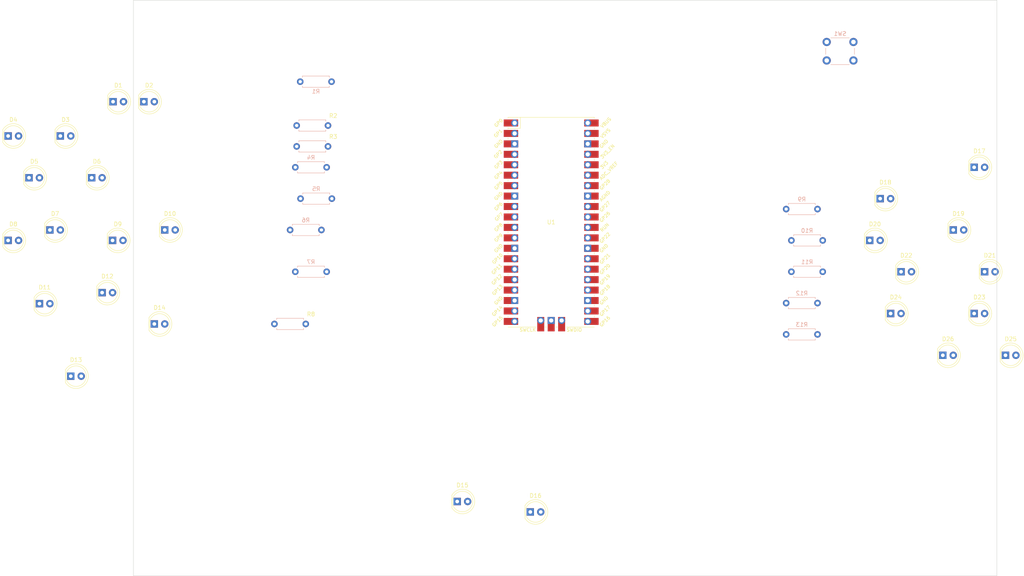
<source format=kicad_pcb>
(kicad_pcb (version 20221018) (generator pcbnew)
  (layers (0 "F.Cu" signal) (31 "B.Cu" signal) (34 "B.Paste" user) (35 "F.Paste" user) (36 "B.SilkS" user "B.Silkscreen") (37 "F.SilkS" user "F.Silkscreen") (38 "B.Mask" user) (39 "F.Mask" user) (44 "Edge.Cuts" user))
  (net 0 "")
  (net 1 "GPIO_B_1")
  (net 2 "Net-(D1-A)")
  (net 3 "GPIO_B_0")
  (net 4 "Net-(D3-A)")
  (net 5 "GPIO_B_2")
  (net 6 "Net-(D5-A)")
  (net 7 "GPIO_B_3")
  (net 8 "Net-(D7-A)")
  (net 9 "GPIO_B_4")
  (net 10 "Net-(D10-K)")
  (net 11 "GPIO_B_5")
  (net 12 "Net-(D11-A)")
  (net 13 "GPIO_B_6")
  (net 14 "Net-(D13-A)")
  (net 15 "GPIO_B_7")
  (net 16 "Net-(D15-A)")
  (net 17 "GPIO_B_8")
  (net 18 "Net-(D17-A)")
  (net 19 "GPIO_B_9")
  (net 20 "Net-(D19-A)")
  (net 21 "GPIO_B_10")
  (net 22 "Net-(D21-A)")
  (net 23 "GPIO_B_11")
  (net 24 "Net-(D23-A)")
  (net 25 "GPIO_B_12")
  (net 26 "Net-(D25-A)")
  (net 27 "GPIO_A_0")
  (net 28 "GPIO_A_1")
  (net 29 "GPIO_A_2")
  (net 30 "GPIO_A_3")
  (net 31 "GPIO_A_4")
  (net 32 "GPIO_A_5")
  (net 34 "GPIO_A_6")
  (net 38 "GND")
  (net 44 "GPIO_A_7")
  (net 45 "GPIO_A_8")
  (net 46 "GPIO_A_9")
  (net 47 "GPIO_A_10")
  (net 48 "GPIO_A_11")
  (net 49 "GPIO_A_12")
  (net 50 "RUN")
  (footprint "LED_THT:LED_D5.0mm_IRGrey" (layer "F.Cu") (at 207.01 66.04)
    (fp_text reference "D21" (at 1.27 -3.96) (layer "F.SilkS"))
    (fp_text value "LD271")
    (pad "1" thru_hole rect (at 0 0) (size 1.8 1.8) (drill 0.9) (layers "*.Cu" "*.Mask") (net 21 "GPIO_B_10"))
    (pad "2" thru_hole circle (at 2.54 0) (size 1.8 1.8) (drill 0.9) (layers "*.Cu" "*.Mask") (net 22 "Net-(D21-A)"))
  )
  (footprint "LED_THT:LED_D5.0mm_IRGrey" (layer "F.Cu") (at 184.15 76.2)
    (fp_text reference "D24" (at 1.27 -3.96) (layer "F.SilkS"))
    (fp_text value "LD271")
    (pad "1" thru_hole rect (at 0 0) (size 1.8 1.8) (drill 0.9) (layers "*.Cu" "*.Mask") (net 24 "Net-(D23-A)"))
    (pad "2" thru_hole circle (at 2.54 0) (size 1.8 1.8) (drill 0.9) (layers "*.Cu" "*.Mask") (net 23 "GPIO_B_11"))
  )
  (footprint "LED_THT:LED_D5.0mm_IRGrey" (layer "F.Cu") (at -4.96 24.68)
    (fp_text reference "D1" (at 1.27 -3.96) (layer "F.SilkS"))
    (fp_text value "LD271")
    (pad "1" thru_hole rect (at 0 0) (size 1.8 1.8) (drill 0.9) (layers "*.Cu" "*.Mask") (net 3 "GPIO_B_0"))
    (pad "2" thru_hole circle (at 2.54 0) (size 1.8 1.8) (drill 0.9) (layers "*.Cu" "*.Mask") (net 2 "Net-(D1-A)"))
  )
  (footprint "LED_THT:LED_D5.0mm_IRGrey" (layer "F.Cu") (at 78.74 121.92)
    (fp_text reference "D15" (at 1.27 -3.96) (layer "F.SilkS"))
    (fp_text value "LD271")
    (pad "1" thru_hole rect (at 0 0) (size 1.8 1.8) (drill 0.9) (layers "*.Cu" "*.Mask") (net 15 "GPIO_B_7"))
    (pad "2" thru_hole circle (at 2.54 0) (size 1.8 1.8) (drill 0.9) (layers "*.Cu" "*.Mask") (net 16 "Net-(D15-A)"))
  )
  (footprint "LED_THT:LED_D5.0mm_IRGrey" (layer "F.Cu") (at -7.62 71.12)
    (fp_text reference "D12" (at 1.27 -3.96) (layer "F.SilkS"))
    (fp_text value "LD271")
    (pad "1" thru_hole rect (at 0 0) (size 1.8 1.8) (drill 0.9) (layers "*.Cu" "*.Mask") (net 12 "Net-(D11-A)"))
    (pad "2" thru_hole circle (at 2.54 0) (size 1.8 1.8) (drill 0.9) (layers "*.Cu" "*.Mask") (net 11 "GPIO_B_5"))
  )
  (footprint "LED_THT:LED_D5.0mm_IRGrey" (layer "F.Cu") (at 96.52 124.46)
    (fp_text reference "D16" (at 1.27 -3.96) (layer "F.SilkS"))
    (fp_text value "LD271")
    (pad "1" thru_hole rect (at 0 0) (size 1.8 1.8) (drill 0.9) (layers "*.Cu" "*.Mask") (net 16 "Net-(D15-A)"))
    (pad "2" thru_hole circle (at 2.54 0) (size 1.8 1.8) (drill 0.9) (layers "*.Cu" "*.Mask") (net 15 "GPIO_B_7"))
  )
  (footprint "LED_THT:LED_D5.0mm_IRGrey" (layer "F.Cu") (at -25.4 43.18)
    (fp_text reference "D5" (at 1.27 -3.96) (layer "F.SilkS"))
    (fp_text value "LD271")
    (pad "1" thru_hole rect (at 0 0) (size 1.8 1.8) (drill 0.9) (layers "*.Cu" "*.Mask") (net 5 "GPIO_B_2"))
    (pad "2" thru_hole circle (at 2.54 0) (size 1.8 1.8) (drill 0.9) (layers "*.Cu" "*.Mask") (net 6 "Net-(D5-A)"))
  )
  (footprint "LED_THT:LED_D5.0mm_IRGrey" (layer "F.Cu") (at -15.24 91.44)
    (fp_text reference "D13" (at 1.27 -3.96) (layer "F.SilkS"))
    (fp_text value "LD271")
    (pad "1" thru_hole rect (at 0 0) (size 1.8 1.8) (drill 0.9) (layers "*.Cu" "*.Mask") (net 13 "GPIO_B_6"))
    (pad "2" thru_hole circle (at 2.54 0) (size 1.8 1.8) (drill 0.9) (layers "*.Cu" "*.Mask") (net 14 "Net-(D13-A)"))
  )
  (footprint "LED_THT:LED_D5.0mm_IRGrey" (layer "F.Cu") (at 196.85 86.36)
    (fp_text reference "D26" (at 1.27 -3.96) (layer "F.SilkS"))
    (fp_text value "LD271")
    (pad "1" thru_hole rect (at 0 0) (size 1.8 1.8) (drill 0.9) (layers "*.Cu" "*.Mask") (net 26 "Net-(D25-A)"))
    (pad "2" thru_hole circle (at 2.54 0) (size 1.8 1.8) (drill 0.9) (layers "*.Cu" "*.Mask") (net 25 "GPIO_B_12"))
  )
  (footprint "LED_THT:LED_D5.0mm_IRGrey" (layer "F.Cu") (at 5.08 78.74)
    (fp_text reference "D14" (at 1.27 -3.96) (layer "F.SilkS"))
    (fp_text value "LD271")
    (pad "1" thru_hole rect (at 0 0) (size 1.8 1.8) (drill 0.9) (layers "*.Cu" "*.Mask") (net 14 "Net-(D13-A)"))
    (pad "2" thru_hole circle (at 2.54 0) (size 1.8 1.8) (drill 0.9) (layers "*.Cu" "*.Mask") (net 13 "GPIO_B_6"))
  )
  (footprint "LED_THT:LED_D5.0mm_IRGrey" (layer "F.Cu") (at -30.48 58.42)
    (fp_text reference "D8" (at 1.27 -3.96) (layer "F.SilkS"))
    (fp_text value "LD271")
    (pad "1" thru_hole rect (at 0 0) (size 1.8 1.8) (drill 0.9) (layers "*.Cu" "*.Mask") (net 8 "Net-(D7-A)"))
    (pad "2" thru_hole circle (at 2.54 0) (size 1.8 1.8) (drill 0.9) (layers "*.Cu" "*.Mask") (net 7 "GPIO_B_3"))
  )
  (footprint "LED_THT:LED_D5.0mm_IRGrey" (layer "F.Cu") (at -5.08 58.42)
    (fp_text reference "D9" (at 1.27 -3.96) (layer "F.SilkS"))
    (fp_text value "LD271")
    (pad "1" thru_hole rect (at 0 0) (size 1.8 1.8) (drill 0.9) (layers "*.Cu" "*.Mask") (net 9 "GPIO_B_4"))
    (pad "2" thru_hole circle (at 2.54 0) (size 1.8 1.8) (drill 0.9) (layers "*.Cu" "*.Mask") (net 10 "Net-(D10-K)"))
  )
  (footprint "LED_THT:LED_D5.0mm_IRGrey" (layer "F.Cu") (at 186.69 66.04)
    (fp_text reference "D22" (at 1.27 -3.96) (layer "F.SilkS"))
    (fp_text value "LD271")
    (pad "1" thru_hole rect (at 0 0) (size 1.8 1.8) (drill 0.9) (layers "*.Cu" "*.Mask") (net 22 "Net-(D21-A)"))
    (pad "2" thru_hole circle (at 2.54 0) (size 1.8 1.8) (drill 0.9) (layers "*.Cu" "*.Mask") (net 21 "GPIO_B_10"))
  )
  (footprint "LED_THT:LED_D5.0mm_IRGrey" (layer "F.Cu") (at -22.86 73.8)
    (fp_text reference "D11" (at 1.27 -3.96) (layer "F.SilkS"))
    (fp_text value "LD271")
    (pad "1" thru_hole rect (at 0 0) (size 1.8 1.8) (drill 0.9) (layers "*.Cu" "*.Mask") (net 11 "GPIO_B_5"))
    (pad "2" thru_hole circle (at 2.54 0) (size 1.8 1.8) (drill 0.9) (layers "*.Cu" "*.Mask") (net 12 "Net-(D11-A)"))
  )
  (footprint "LED_THT:LED_D5.0mm_IRGrey" (layer "F.Cu") (at 181.61 48.26)
    (fp_text reference "D18" (at 1.27 -3.96) (layer "F.SilkS"))
    (fp_text value "LD271")
    (pad "1" thru_hole rect (at 0 0) (size 1.8 1.8) (drill 0.9) (layers "*.Cu" "*.Mask") (net 18 "Net-(D17-A)"))
    (pad "2" thru_hole circle (at 2.54 0) (size 1.8 1.8) (drill 0.9) (layers "*.Cu" "*.Mask") (net 17 "GPIO_B_8"))
  )
  (footprint "LED_THT:LED_D5.0mm_IRGrey" (layer "F.Cu") (at -30.48 33.02)
    (fp_text reference "D4" (at 1.27 -3.96) (layer "F.SilkS"))
    (fp_text value "LD271")
    (pad "1" thru_hole rect (at 0 0) (size 1.8 1.8) (drill 0.9) (layers "*.Cu" "*.Mask") (net 4 "Net-(D3-A)"))
    (pad "2" thru_hole circle (at 2.54 0) (size 1.8 1.8) (drill 0.9) (layers "*.Cu" "*.Mask") (net 1 "GPIO_B_1"))
  )
  (footprint "LED_THT:LED_D5.0mm_IRGrey" (layer "F.Cu") (at -20.32 55.88)
    (fp_text reference "D7" (at 1.27 -3.96) (layer "F.SilkS"))
    (fp_text value "LD271")
    (pad "1" thru_hole rect (at 0 0) (size 1.8 1.8) (drill 0.9) (layers "*.Cu" "*.Mask") (net 7 "GPIO_B_3"))
    (pad "2" thru_hole circle (at 2.54 0) (size 1.8 1.8) (drill 0.9) (layers "*.Cu" "*.Mask") (net 8 "Net-(D7-A)"))
  )
  (footprint "LED_THT:LED_D5.0mm_IRGrey" (layer "F.Cu") (at 2.54 24.68)
    (fp_text reference "D2" (at 1.27 -3.96) (layer "F.SilkS"))
    (fp_text value "LD271")
    (pad "1" thru_hole rect (at 0 0) (size 1.8 1.8) (drill 0.9) (layers "*.Cu" "*.Mask") (net 2 "Net-(D1-A)"))
    (pad "2" thru_hole circle (at 2.54 0) (size 1.8 1.8) (drill 0.9) (layers "*.Cu" "*.Mask") (net 3 "GPIO_B_0"))
  )
  (footprint "LED_THT:LED_D5.0mm_IRGrey" (layer "F.Cu") (at 204.47 76.2)
    (fp_text reference "D23" (at 1.27 -3.96) (layer "F.SilkS"))
    (fp_text value "LD271")
    (pad "1" thru_hole rect (at 0 0) (size 1.8 1.8) (drill 0.9) (layers "*.Cu" "*.Mask") (net 23 "GPIO_B_11"))
    (pad "2" thru_hole circle (at 2.54 0) (size 1.8 1.8) (drill 0.9) (layers "*.Cu" "*.Mask") (net 24 "Net-(D23-A)"))
  )
  (footprint "pico:RPi_Pico_SMD_TH" (layer "F.Cu") (at 101.6 53.99)
    (fp_text reference "U1" (at 0 0) (layer "F.SilkS"))
    (fp_text value "Pico")
    (fp_text user "GP21" (at 13.054 8.9 45) (layer "F.SilkS") (effects (font (size 0.8 0.8))))
    (fp_text user "GND" (at 12.8 19.05 45) (layer "F.SilkS") (effects (font (size 0.8 0.8))))
    (fp_text user "GP0" (at -12.8 -24.13 45) (layer "F.SilkS") (effects (font (size 0.8 0.8))))
    (fp_text user "GP7" (at -12.7 -1.3 45) (layer "F.SilkS") (effects (font (size 0.8 0.8))))
    (fp_text user "GP16" (at 13.054 24.13 45) (layer "F.SilkS") (effects (font (size 0.8 0.8))))
    (fp_text user "GP6" (at -12.8 -3.81 45) (layer "F.SilkS") (effects (font (size 0.8 0.8))))
    (fp_text user "GP20" (at 13.054 11.43 45) (layer "F.SilkS") (effects (font (size 0.8 0.8))))
    (fp_text user "GND" (at -12.8 -19.05 45) (layer "F.SilkS") (effects (font (size 0.8 0.8))))
    (fp_text user "GND" (at 12.8 -19.05 45) (layer "F.SilkS") (effects (font (size 0.8 0.8))))
    (fp_text user "GP22" (at 13.054 3.81 45) (layer "F.SilkS") (effects (font (size 0.8 0.8))))
    (fp_text user "GP17" (at 13.054 21.59 45) (layer "F.SilkS") (effects (font (size 0.8 0.8))))
    (fp_text user "VSYS" (at 13.2 -21.59 45) (layer "F.SilkS") (effects (font (size 0.8 0.8))))
    (fp_text user "3V3_EN" (at 13.7 -17.2 45) (layer "F.SilkS") (effects (font (size 0.8 0.8))))
    (fp_text user "GP5" (at -12.8 -8.89 45) (layer "F.SilkS") (effects (font (size 0.8 0.8))))
    (fp_text user "GP26" (at 13.054 -1.27 45) (layer "F.SilkS") (effects (font (size 0.8 0.8))))
    (fp_text user "GND" (at -12.8 -6.35 45) (layer "F.SilkS") (effects (font (size 0.8 0.8))))
    (fp_text user "VBUS" (at 13.3 -24.2 45) (layer "F.SilkS") (effects (font (size 0.8 0.8))))
    (fp_text user "3V3" (at 12.9 -13.9 45) (layer "F.SilkS") (effects (font (size 0.8 0.8))))
    (fp_text user "GP2" (at -12.9 -16.51 45) (layer "F.SilkS") (effects (font (size 0.8 0.8))))
    (fp_text user "GP14" (at -13.1 21.59 45) (layer "F.SilkS") (effects (font (size 0.8 0.8))))
    (fp_text user "GND" (at 12.8 6.35 45) (layer "F.SilkS") (effects (font (size 0.8 0.8))))
    (fp_text user "GP27" (at 13.054 -3.8 45) (layer "F.SilkS") (effects (font (size 0.8 0.8))))
    (fp_text user "GP4" (at -12.8 -11.43 45) (layer "F.SilkS") (effects (font (size 0.8 0.8))))
    (fp_text user "GND" (at -12.8 6.35 45) (layer "F.SilkS") (effects (font (size 0.8 0.8))))
    (fp_text user "GP8" (at -12.8 1.27 45) (layer "F.SilkS") (effects (font (size 0.8 0.8))))
    (fp_text user "GP18" (at 13.054 16.51 45) (layer "F.SilkS") (effects (font (size 0.8 0.8))))
    (fp_text user "GP15" (at -13.054 24.13 45) (layer "F.SilkS") (effects (font (size 0.8 0.8))))
    (fp_text user "SWDIO" (at 5.6 26.2) (layer "F.SilkS") (effects (font (size 0.8 0.8))))
    (fp_text user "GP13" (at -13.054 16.51 45) (layer "F.SilkS") (effects (font (size 0.8 0.8))))
    (fp_text user "GP3" (at -12.8 -13.97 45) (layer "F.SilkS") (effects (font (size 0.8 0.8))))
    (fp_text user "GP10" (at -13.054 8.89 45) (layer "F.SilkS") (effects (font (size 0.8 0.8))))
    (fp_text user "GND" (at -12.8 19.05 45) (layer "F.SilkS") (effects (font (size 0.8 0.8))))
    (fp_text user "AGND" (at 13.054 -6.35 45) (layer "F.SilkS") (effects (font (size 0.8 0.8))))
    (fp_text user "RUN" (at 13 1.27 45) (layer "F.SilkS") (effects (font (size 0.8 0.8))))
    (fp_text user "GP19" (at 13.054 13.97 45) (layer "F.SilkS") (effects (font (size 0.8 0.8))))
    (fp_text user "GP11" (at -13.2 11.43 45) (layer "F.SilkS") (effects (font (size 0.8 0.8))))
    (fp_text user "GP9" (at -12.8 3.81 45) (layer "F.SilkS") (effects (font (size 0.8 0.8))))
    (fp_text user "GP28" (at 13.054 -9.144 45) (layer "F.SilkS") (effects (font (size 0.8 0.8))))
    (fp_text user "GP12" (at -13.2 13.97 45) (layer "F.SilkS") (effects (font (size 0.8 0.8))))
    (fp_text user "SWCLK" (at -5.7 26.2) (layer "F.SilkS") (effects (font (size 0.8 0.8))))
    (fp_text user "ADC_VREF" (at 14 -12.5 45) (layer "F.SilkS") (effects (font (size 0.8 0.8))))
    (fp_text user "GP1" (at -12.9 -21.6 45) (layer "F.SilkS") (effects (font (size 0.8 0.8))))
    (pad "" np_thru_hole oval (at -2.725 -24) (size 1.8 1.8) (drill 1.8) (layers "*.Cu" "*.Mask"))
    (pad "" np_thru_hole oval (at -2.425 -20.97) (size 1.5 1.5) (drill 1.5) (layers "*.Cu" "*.Mask"))
    (pad "" np_thru_hole oval (at 2.425 -20.97) (size 1.5 1.5) (drill 1.5) (layers "*.Cu" "*.Mask"))
    (pad "" np_thru_hole oval (at 2.725 -24) (size 1.8 1.8) (drill 1.8) (layers "*.Cu" "*.Mask"))
    (pad "1" thru_hole oval (at -8.89 -24.13) (size 1.7 1.7) (drill 1.02) (layers "*.Cu" "*.Mask") (net 27 "GPIO_A_0"))
    (pad "1" smd rect (at -8.89 -24.13) (size 3.5 1.7) (drill (offset -0.9 0)) (layers "F.Cu" "F.Mask") (net 27 "GPIO_A_0"))
    (pad "2" thru_hole oval (at -8.89 -21.59) (size 1.7 1.7) (drill 1.02) (layers "*.Cu" "*.Mask") (net 3 "GPIO_B_0"))
    (pad "2" smd rect (at -8.89 -21.59) (size 3.5 1.7) (drill (offset -0.9 0)) (layers "F.Cu" "F.Mask") (net 3 "GPIO_B_0"))
    (pad "3" thru_hole rect (at -8.89 -19.05) (size 1.7 1.7) (drill 1.02) (layers "*.Cu" "*.Mask") (net 38 "GND"))
    (pad "3" smd rect (at -8.89 -19.05) (size 3.5 1.7) (drill (offset -0.9 0)) (layers "F.Cu" "F.Mask") (net 38 "GND"))
    (pad "4" thru_hole oval (at -8.89 -16.51) (size 1.7 1.7) (drill 1.02) (layers "*.Cu" "*.Mask") (net 28 "GPIO_A_1"))
    (pad "4" smd rect (at -8.89 -16.51) (size 3.5 1.7) (drill (offset -0.9 0)) (layers "F.Cu" "F.Mask") (net 28 "GPIO_A_1"))
    (pad "5" thru_hole oval (at -8.89 -13.97) (size 1.7 1.7) (drill 1.02) (layers "*.Cu" "*.Mask") (net 1 "GPIO_B_1"))
    (pad "5" smd rect (at -8.89 -13.97) (size 3.5 1.7) (drill (offset -0.9 0)) (layers "F.Cu" "F.Mask") (net 1 "GPIO_B_1"))
    (pad "6" thru_hole oval (at -8.89 -11.43) (size 1.7 1.7) (drill 1.02) (layers "*.Cu" "*.Mask") (net 29 "GPIO_A_2"))
    (pad "6" smd rect (at -8.89 -11.43) (size 3.5 1.7) (drill (offset -0.9 0)) (layers "F.Cu" "F.Mask") (net 29 "GPIO_A_2"))
    (pad "7" thru_hole oval (at -8.89 -8.89) (size 1.7 1.7) (drill 1.02) (layers "*.Cu" "*.Mask") (net 5 "GPIO_B_2"))
    (pad "7" smd rect (at -8.89 -8.89) (size 3.5 1.7) (drill (offset -0.9 0)) (layers "F.Cu" "F.Mask") (net 5 "GPIO_B_2"))
    (pad "8" thru_hole rect (at -8.89 -6.35) (size 1.7 1.7) (drill 1.02) (layers "*.Cu" "*.Mask") (net 38 "GND"))
    (pad "8" smd rect (at -8.89 -6.35) (size 3.5 1.7) (drill (offset -0.9 0)) (layers "F.Cu" "F.Mask") (net 38 "GND"))
    (pad "9" thru_hole oval (at -8.89 -3.81) (size 1.7 1.7) (drill 1.02) (layers "*.Cu" "*.Mask") (net 30 "GPIO_A_3"))
    (pad "9" smd rect (at -8.89 -3.81) (size 3.5 1.7) (drill (offset -0.9 0)) (layers "F.Cu" "F.Mask") (net 30 "GPIO_A_3"))
    (pad "10" thru_hole oval (at -8.89 -1.27) (size 1.7 1.7) (drill 1.02) (layers "*.Cu" "*.Mask") (net 7 "GPIO_B_3"))
    (pad "10" smd rect (at -8.89 -1.27) (size 3.5 1.7) (drill (offset -0.9 0)) (layers "F.Cu" "F.Mask") (net 7 "GPIO_B_3"))
    (pad "11" thru_hole oval (at -8.89 1.27) (size 1.7 1.7) (drill 1.02) (layers "*.Cu" "*.Mask") (net 31 "GPIO_A_4"))
    (pad "11" smd rect (at -8.89 1.27) (size 3.5 1.7) (drill (offset -0.9 0)) (layers "F.Cu" "F.Mask") (net 31 "GPIO_A_4"))
    (pad "12" thru_hole oval (at -8.89 3.81) (size 1.7 1.7) (drill 1.02) (layers "*.Cu" "*.Mask") (net 9 "GPIO_B_4"))
    (pad "12" smd rect (at -8.89 3.81) (size 3.5 1.7) (drill (offset -0.9 0)) (layers "F.Cu" "F.Mask") (net 9 "GPIO_B_4"))
    (pad "13" thru_hole rect (at -8.89 6.35) (size 1.7 1.7) (drill 1.02) (layers "*.Cu" "*.Mask") (net 38 "GND"))
    (pad "13" smd rect (at -8.89 6.35) (size 3.5 1.7) (drill (offset -0.9 0)) (layers "F.Cu" "F.Mask") (net 38 "GND"))
    (pad "14" thru_hole oval (at -8.89 8.89) (size 1.7 1.7) (drill 1.02) (layers "*.Cu" "*.Mask") (net 32 "GPIO_A_5"))
    (pad "14" smd rect (at -8.89 8.89) (size 3.5 1.7) (drill (offset -0.9 0)) (layers "F.Cu" "F.Mask") (net 32 "GPIO_A_5"))
    (pad "15" thru_hole oval (at -8.89 11.43) (size 1.7 1.7) (drill 1.02) (layers "*.Cu" "*.Mask") (net 11 "GPIO_B_5"))
    (pad "15" smd rect (at -8.89 11.43) (size 3.5 1.7) (drill (offset -0.9 0)) (layers "F.Cu" "F.Mask") (net 11 "GPIO_B_5"))
    (pad "16" thru_hole oval (at -8.89 13.97) (size 1.7 1.7) (drill 1.02) (layers "*.Cu" "*.Mask") (net 34 "GPIO_A_6"))
    (pad "16" smd rect (at -8.89 13.97) (size 3.5 1.7) (drill (offset -0.9 0)) (layers "F.Cu" "F.Mask") (net 34 "GPIO_A_6"))
    (pad "17" thru_hole oval (at -8.89 16.51) (size 1.7 1.7) (drill 1.02) (layers "*.Cu" "*.Mask") (net 13 "GPIO_B_6"))
    (pad "17" smd rect (at -8.89 16.51) (size 3.5 1.7) (drill (offset -0.9 0)) (layers "F.Cu" "F.Mask") (net 13 "GPIO_B_6"))
    (pad "18" thru_hole rect (at -8.89 19.05) (size 1.7 1.7) (drill 1.02) (layers "*.Cu" "*.Mask") (net 38 "GND"))
    (pad "18" smd rect (at -8.89 19.05) (size 3.5 1.7) (drill (offset -0.9 0)) (layers "F.Cu" "F.Mask") (net 38 "GND"))
    (pad "19" thru_hole oval (at -8.89 21.59) (size 1.7 1.7) (drill 1.02) (layers "*.Cu" "*.Mask") (net 44 "GPIO_A_7"))
    (pad "19" smd rect (at -8.89 21.59) (size 3.5 1.7) (drill (offset -0.9 0)) (layers "F.Cu" "F.Mask") (net 44 "GPIO_A_7"))
    (pad "20" thru_hole oval (at -8.89 24.13) (size 1.7 1.7) (drill 1.02) (layers "*.Cu" "*.Mask") (net 15 "GPIO_B_7"))
    (pad "20" smd rect (at -8.89 24.13) (size 3.5 1.7) (drill (offset -0.9 0)) (layers "F.Cu" "F.Mask") (net 15 "GPIO_B_7"))
    (pad "21" thru_hole oval (at 8.89 24.13) (size 1.7 1.7) (drill 1.02) (layers "*.Cu" "*.Mask") (net 25 "GPIO_B_12"))
    (pad "21" smd rect (at 8.89 24.13) (size 3.5 1.7) (drill (offset 0.9 0)) (layers "F.Cu" "F.Mask") (net 25 "GPIO_B_12"))
    (pad "22" thru_hole oval (at 8.89 21.59) (size 1.7 1.7) (drill 1.02) (layers "*.Cu" "*.Mask") (net 49 "GPIO_A_12"))
    (pad "22" smd rect (at 8.89 21.59) (size 3.5 1.7) (drill (offset 0.9 0)) (layers "F.Cu" "F.Mask") (net 49 "GPIO_A_12"))
    (pad "23" thru_hole rect (at 8.89 19.05) (size 1.7 1.7) (drill 1.02) (layers "*.Cu" "*.Mask") (net 38 "GND"))
    (pad "23" smd rect (at 8.89 19.05) (size 3.5 1.7) (drill (offset 0.9 0)) (layers "F.Cu" "F.Mask") (net 38 "GND"))
    (pad "24" thru_hole oval (at 8.89 16.51) (size 1.7 1.7) (drill 1.02) (layers "*.Cu" "*.Mask") (net 23 "GPIO_B_11"))
    (pad "24" smd rect (at 8.89 16.51) (size 3.5 1.7) (drill (offset 0.9 0)) (layers "F.Cu" "F.Mask") (net 23 "GPIO_B_11"))
    (pad "25" thru_hole oval (at 8.89 13.97) (size 1.7 1.7) (drill 1.02) (layers "*.Cu" "*.Mask") (net 48 "GPIO_A_11"))
    (pad "25" smd rect (at 8.89 13.97) (size 3.5 1.7) (drill (offset 0.9 0)) (layers "F.Cu" "F.Mask") (net 48 "GPIO_A_11"))
    (pad "26" thru_hole oval (at 8.89 11.43) (size 1.7 1.7) (drill 1.02) (layers "*.Cu" "*.Mask") (net 21 "GPIO_B_10"))
    (pad "26" smd rect (at 8.89 11.43) (size 3.5 1.7) (drill (offset 0.9 0)) (layers "F.Cu" "F.Mask") (net 21 "GPIO_B_10"))
    (pad "27" thru_hole oval (at 8.89 8.89) (size 1.7 1.7) (drill 1.02) (layers "*.Cu" "*.Mask") (net 47 "GPIO_A_10"))
    (pad "27" smd rect (at 8.89 8.89) (size 3.5 1.7) (drill (offset 0.9 0)) (layers "F.Cu" "F.Mask") (net 47 "GPIO_A_10"))
    (pad "28" thru_hole rect (at 8.89 6.35) (size 1.7 1.7) (drill 1.02) (layers "*.Cu" "*.Mask") (net 38 "GND"))
    (pad "28" smd rect (at 8.89 6.35) (size 3.5 1.7) (drill (offset 0.9 0)) (layers "F.Cu" "F.Mask") (net 38 "GND"))
    (pad "29" thru_hole oval (at 8.89 3.81) (size 1.7 1.7) (drill 1.02) (layers "*.Cu" "*.Mask") (net 19 "GPIO_B_9"))
    (pad "29" smd rect (at 8.89 3.81) (size 3.5 1.7) (drill (offset 0.9 0)) (layers "F.Cu" "F.Mask") (net 19 "GPIO_B_9"))
    (pad "30" thru_hole oval (at 8.89 1.27) (size 1.7 1.7) (drill 1.02) (layers "*.Cu" "*.Mask") (net 50 "RUN"))
    (pad "30" smd rect (at 8.89 1.27) (size 3.5 1.7) (drill (offset 0.9 0)) (layers "F.Cu" "F.Mask") (net 50 "RUN"))
    (pad "31" thru_hole oval (at 8.89 -1.27) (size 1.7 1.7) (drill 1.02) (layers "*.Cu" "*.Mask") (net 46 "GPIO_A_9"))
    (pad "31" smd rect (at 8.89 -1.27) (size 3.5 1.7) (drill (offset 0.9 0)) (layers "F.Cu" "F.Mask") (net 46 "GPIO_A_9"))
    (pad "32" thru_hole oval (at 8.89 -3.81) (size 1.7 1.7) (drill 1.02) (layers "*.Cu" "*.Mask") (net 17 "GPIO_B_8"))
    (pad "32" smd rect (at 8.89 -3.81) (size 3.5 1.7) (drill (offset 0.9 0)) (layers "F.Cu" "F.Mask") (net 17 "GPIO_B_8"))
    (pad "33" thru_hole rect (at 8.89 -6.35) (size 1.7 1.7) (drill 1.02) (layers "*.Cu" "*.Mask"))
    (pad "33" smd rect (at 8.89 -6.35) (size 3.5 1.7) (drill (offset 0.9 0)) (layers "F.Cu" "F.Mask"))
    (pad "34" thru_hole oval (at 8.89 -8.89) (size 1.7 1.7) (drill 1.02) (layers "*.Cu" "*.Mask") (net 45 "GPIO_A_8"))
    (pad "34" smd rect (at 8.89 -8.89) (size 3.5 1.7) (drill (offset 0.9 0)) (layers "F.Cu" "F.Mask") (net 45 "GPIO_A_8"))
    (pad "35" thru_hole oval (at 8.89 -11.43) (size 1.7 1.7) (drill 1.02) (layers "*.Cu" "*.Mask"))
    (pad "35" smd rect (at 8.89 -11.43) (size 3.5 1.7) (drill (offset 0.9 0)) (layers "F.Cu" "F.Mask"))
    (pad "36" thru_hole oval (at 8.89 -13.97) (size 1.7 1.7) (drill 1.02) (layers "*.Cu" "*.Mask"))
    (pad "36" smd rect (at 8.89 -13.97) (size 3.5 1.7) (drill (offset 0.9 0)) (layers "F.Cu" "F.Mask"))
    (pad "37" thru_hole oval (at 8.89 -16.51) (size 1.7 1.7) (drill 1.02) (layers "*.Cu" "*.Mask"))
    (pad "37" smd rect (at 8.89 -16.51) (size 3.5 1.7) (drill (offset 0.9 0)) (layers "F.Cu" "F.Mask"))
    (pad "38" thru_hole rect (at 8.89 -19.05) (size 1.7 1.7) (drill 1.02) (layers "*.Cu" "*.Mask") (net 38 "GND"))
    (pad "38" smd rect (at 8.89 -19.05) (size 3.5 1.7) (drill (offset 0.9 0)) (layers "F.Cu" "F.Mask") (net 38 "GND"))
    (pad "39" thru_hole oval (at 8.89 -21.59) (size 1.7 1.7) (drill 1.02) (layers "*.Cu" "*.Mask"))
    (pad "39" smd rect (at 8.89 -21.59) (size 3.5 1.7) (drill (offset 0.9 0)) (layers "F.Cu" "F.Mask"))
    (pad "40" thru_hole oval (at 8.89 -24.13) (size 1.7 1.7) (drill 1.02) (layers "*.Cu" "*.Mask"))
    (pad "40" smd rect (at 8.89 -24.13) (size 3.5 1.7) (drill (offset 0.9 0)) (layers "F.Cu" "F.Mask"))
    (pad "41" thru_hole oval (at -2.54 23.9) (size 1.7 1.7) (drill 1.02) (layers "*.Cu" "*.Mask"))
    (pad "41" smd rect (at -2.54 23.9 90) (size 3.5 1.7) (drill (offset -0.9 0)) (layers "F.Cu" "F.Mask"))
    (pad "42" thru_hole rect (at 0 23.9) (size 1.7 1.7) (drill 1.02) (layers "*.Cu" "*.Mask"))
    (pad "42" smd rect (at 0 23.9 90) (size 3.5 1.7) (drill (offset -0.9 0)) (layers "F.Cu" "F.Mask"))
    (pad "43" thru_hole oval (at 2.54 23.9) (size 1.7 1.7) (drill 1.02) (layers "*.Cu" "*.Mask"))
    (pad "43" smd rect (at 2.54 23.9 90) (size 3.5 1.7) (drill (offset -0.9 0)) (layers "F.Cu" "F.Mask"))
  )
  (footprint "LED_THT:LED_D5.0mm_IRGrey" (layer "F.Cu") (at 204.47 40.64)
    (fp_text reference "D17" (at 1.27 -3.96) (layer "F.SilkS"))
    (fp_text value "LD271")
    (pad "1" thru_hole rect (at 0 0) (size 1.8 1.8) (drill 0.9) (layers "*.Cu" "*.Mask") (net 17 "GPIO_B_8"))
    (pad "2" thru_hole circle (at 2.54 0) (size 1.8 1.8) (drill 0.9) (layers "*.Cu" "*.Mask") (net 18 "Net-(D17-A)"))
  )
  (footprint "LED_THT:LED_D5.0mm_IRGrey" (layer "F.Cu") (at 199.39 55.88)
    (fp_text reference "D19" (at 1.27 -3.96) (layer "F.SilkS"))
    (fp_text value "LD271")
    (pad "1" thru_hole rect (at 0 0) (size 1.8 1.8) (drill 0.9) (layers "*.Cu" "*.Mask") (net 19 "GPIO_B_9"))
    (pad "2" thru_hole circle (at 2.54 0) (size 1.8 1.8) (drill 0.9) (layers "*.Cu" "*.Mask") (net 20 "Net-(D19-A)"))
  )
  (footprint "LED_THT:LED_D5.0mm_IRGrey" (layer "F.Cu") (at 179.07 58.42)
    (fp_text reference "D20" (at 1.27 -3.96) (layer "F.SilkS"))
    (fp_text value "LD271")
    (pad "1" thru_hole rect (at 0 0) (size 1.8 1.8) (drill 0.9) (layers "*.Cu" "*.Mask") (net 20 "Net-(D19-A)"))
    (pad "2" thru_hole circle (at 2.54 0) (size 1.8 1.8) (drill 0.9) (layers "*.Cu" "*.Mask") (net 19 "GPIO_B_9"))
  )
  (footprint "LED_THT:LED_D5.0mm_IRGrey" (layer "F.Cu") (at -17.78 33.02)
    (fp_text reference "D3" (at 1.27 -3.96) (layer "F.SilkS"))
    (fp_text value "LD271")
    (pad "1" thru_hole rect (at 0 0) (size 1.8 1.8) (drill 0.9) (layers "*.Cu" "*.Mask") (net 1 "GPIO_B_1"))
    (pad "2" thru_hole circle (at 2.54 0) (size 1.8 1.8) (drill 0.9) (layers "*.Cu" "*.Mask") (net 4 "Net-(D3-A)"))
  )
  (footprint "LED_THT:LED_D5.0mm_IRGrey" (layer "F.Cu") (at 7.62 55.88)
    (fp_text reference "D10" (at 1.27 -3.96) (layer "F.SilkS"))
    (fp_text value "LD271")
    (pad "1" thru_hole rect (at 0 0) (size 1.8 1.8) (drill 0.9) (layers "*.Cu" "*.Mask") (net 10 "Net-(D10-K)"))
    (pad "2" thru_hole circle (at 2.54 0) (size 1.8 1.8) (drill 0.9) (layers "*.Cu" "*.Mask") (net 9 "GPIO_B_4"))
  )
  (footprint "LED_THT:LED_D5.0mm_IRGrey" (layer "F.Cu") (at -10.16 43.18)
    (fp_text reference "D6" (at 1.27 -3.96) (layer "F.SilkS"))
    (fp_text value "LD271")
    (pad "1" thru_hole rect (at 0 0) (size 1.8 1.8) (drill 0.9) (layers "*.Cu" "*.Mask") (net 6 "Net-(D5-A)"))
    (pad "2" thru_hole circle (at 2.54 0) (size 1.8 1.8) (drill 0.9) (layers "*.Cu" "*.Mask") (net 5 "GPIO_B_2"))
  )
  (footprint "LED_THT:LED_D5.0mm_IRGrey" (layer "F.Cu") (at 212.09 86.36)
    (fp_text reference "D25" (at 1.27 -3.96) (layer "F.SilkS"))
    (fp_text value "LD271")
    (pad "1" thru_hole rect (at 0 0) (size 1.8 1.8) (drill 0.9) (layers "*.Cu" "*.Mask") (net 25 "GPIO_B_12"))
    (pad "2" thru_hole circle (at 2.54 0) (size 1.8 1.8) (drill 0.9) (layers "*.Cu" "*.Mask") (net 26 "Net-(D25-A)"))
  )
  (footprint "Resistor_THT:R_Axial_DIN0207_L6.3mm_D2.5mm_P7.62mm_Horizontal" (layer "B.Cu") (at 46.99 66.04 180)
    (fp_text reference "R7" (at 3.81 2.37) (layer "B.SilkS") (effects (justify mirror)))
    (fp_text value "100R")
    (pad "1" thru_hole circle (at 0 0 180) (size 1.6 1.6) (drill 0.8) (layers "*.Cu" "*.Mask") (net 14 "Net-(D13-A)"))
    (pad "2" thru_hole oval (at 7.62 0 180) (size 1.6 1.6) (drill 0.8) (layers "*.Cu" "*.Mask") (net 34 "GPIO_A_6"))
  )
  (footprint "Resistor_THT:R_Axial_DIN0207_L6.3mm_D2.5mm_P7.62mm_Horizontal" (layer "B.Cu") (at 166.37 73.66 180)
    (fp_text reference "R12" (at 3.81 2.37) (layer "B.SilkS") (effects (justify mirror)))
    (fp_text value "100R")
    (pad "1" thru_hole circle (at 0 0 180) (size 1.6 1.6) (drill 0.8) (layers "*.Cu" "*.Mask") (net 24 "Net-(D23-A)"))
    (pad "2" thru_hole oval (at 7.62 0 180) (size 1.6 1.6) (drill 0.8) (layers "*.Cu" "*.Mask") (net 48 "GPIO_A_11"))
  )
  (footprint "Resistor_THT:R_Axial_DIN0207_L6.3mm_D2.5mm_P7.62mm_Horizontal" (layer "B.Cu") (at 40.561025 19.814564)
    (fp_text reference "R1" (at 3.81 2.37) (layer "B.SilkS") (effects (justify mirror)))
    (fp_text value "100R")
    (pad "1" thru_hole circle (at 0 0) (size 1.6 1.6) (drill 0.8) (layers "*.Cu" "*.Mask") (net 2 "Net-(D1-A)"))
    (pad "2" thru_hole oval (at 7.62 0) (size 1.6 1.6) (drill 0.8) (layers "*.Cu" "*.Mask") (net 27 "GPIO_A_0"))
  )
  (footprint "Button_Switch_THT:SW_PUSH_6mm_H5mm" (layer "B.Cu") (at 175.11 10.16 180)
    (fp_text reference "SW1" (at 3.25 2) (layer "B.SilkS") (effects (justify mirror)))
    (fp_text value "SW_Push")
    (pad "1" thru_hole circle (at 0 0 90) (size 2 2) (drill 1.1) (layers "*.Cu" "*.Mask") (net 50 "RUN"))
    (pad "1" thru_hole circle (at 6.5 0 90) (size 2 2) (drill 1.1) (layers "*.Cu" "*.Mask") (net 50 "RUN"))
    (pad "2" thru_hole circle (at 0 -4.5 90) (size 2 2) (drill 1.1) (layers "*.Cu" "*.Mask") (net 38 "GND"))
    (pad "2" thru_hole circle (at 6.5 -4.5 90) (size 2 2) (drill 1.1) (layers "*.Cu" "*.Mask") (net 38 "GND"))
  )
  (footprint "Resistor_THT:R_Axial_DIN0207_L6.3mm_D2.5mm_P7.62mm_Horizontal" (layer "B.Cu") (at 167.64 58.42 180)
    (fp_text reference "R10" (at 3.81 2.37) (layer "B.SilkS") (effects (justify mirror)))
    (fp_text value "100R")
    (pad "1" thru_hole circle (at 0 0 180) (size 1.6 1.6) (drill 0.8) (layers "*.Cu" "*.Mask") (net 20 "Net-(D19-A)"))
    (pad "2" thru_hole oval (at 7.62 0 180) (size 1.6 1.6) (drill 0.8) (layers "*.Cu" "*.Mask") (net 46 "GPIO_A_9"))
  )
  (footprint "Resistor_THT:R_Axial_DIN0207_L6.3mm_D2.5mm_P7.62mm_Horizontal" (layer "B.Cu") (at 47.318928 35.56 180)
    (fp_text reference "R3" (at -1.27 2.37) (layer "F.SilkS"))
    (fp_text value "100R")
    (pad "1" thru_hole circle (at 0 0 180) (size 1.6 1.6) (drill 0.8) (layers "*.Cu" "*.Mask") (net 6 "Net-(D5-A)"))
    (pad "2" thru_hole oval (at 7.62 0 180) (size 1.6 1.6) (drill 0.8) (layers "*.Cu" "*.Mask") (net 29 "GPIO_A_2"))
  )
  (footprint "Resistor_THT:R_Axial_DIN0207_L6.3mm_D2.5mm_P7.62mm_Horizontal" (layer "B.Cu") (at 48.26 48.26 180)
    (fp_text reference "R5" (at 3.81 2.37) (layer "B.SilkS") (effects (justify mirror)))
    (fp_text value "100R")
    (pad "1" thru_hole circle (at 0 0 180) (size 1.6 1.6) (drill 0.8) (layers "*.Cu" "*.Mask") (net 10 "Net-(D10-K)"))
    (pad "2" thru_hole oval (at 7.62 0 180) (size 1.6 1.6) (drill 0.8) (layers "*.Cu" "*.Mask") (net 31 "GPIO_A_4"))
  )
  (footprint "Resistor_THT:R_Axial_DIN0207_L6.3mm_D2.5mm_P7.62mm_Horizontal" (layer "B.Cu") (at 167.64 66.04 180)
    (fp_text reference "R11" (at 3.81 2.37) (layer "B.SilkS") (effects (justify mirror)))
    (fp_text value "100R")
    (pad "1" thru_hole circle (at 0 0 180) (size 1.6 1.6) (drill 0.8) (layers "*.Cu" "*.Mask") (net 22 "Net-(D21-A)"))
    (pad "2" thru_hole oval (at 7.62 0 180) (size 1.6 1.6) (drill 0.8) (layers "*.Cu" "*.Mask") (net 47 "GPIO_A_10"))
  )
  (footprint "Resistor_THT:R_Axial_DIN0207_L6.3mm_D2.5mm_P7.62mm_Horizontal" (layer "B.Cu") (at 41.91 78.74 180)
    (fp_text reference "R8" (at -1.27 2.37) (layer "F.SilkS"))
    (fp_text value "100R")
    (pad "1" thru_hole circle (at 0 0 180) (size 1.6 1.6) (drill 0.8) (layers "*.Cu" "*.Mask") (net 16 "Net-(D15-A)"))
    (pad "2" thru_hole oval (at 7.62 0 180) (size 1.6 1.6) (drill 0.8) (layers "*.Cu" "*.Mask") (net 44 "GPIO_A_7"))
  )
  (footprint "Resistor_THT:R_Axial_DIN0207_L6.3mm_D2.5mm_P7.62mm_Horizontal" (layer "B.Cu") (at 166.37 50.8 180)
    (fp_text reference "R9" (at 3.81 2.37) (layer "B.SilkS") (effects (justify mirror)))
    (fp_text value "100R")
    (pad "1" thru_hole circle (at 0 0 180) (size 1.6 1.6) (drill 0.8) (layers "*.Cu" "*.Mask") (net 18 "Net-(D17-A)"))
    (pad "2" thru_hole oval (at 7.62 0 180) (size 1.6 1.6) (drill 0.8) (layers "*.Cu" "*.Mask") (net 45 "GPIO_A_8"))
  )
  (footprint "Resistor_THT:R_Axial_DIN0207_L6.3mm_D2.5mm_P7.62mm_Horizontal" (layer "B.Cu") (at 47.318928 30.48 180)
    (fp_text reference "R2" (at -1.27 2.37) (layer "F.SilkS"))
    (fp_text value "100R")
    (pad "1" thru_hole circle (at 0 0 180) (size 1.6 1.6) (drill 0.8) (layers "*.Cu" "*.Mask") (net 4 "Net-(D3-A)"))
    (pad "2" thru_hole oval (at 7.62 0 180) (size 1.6 1.6) (drill 0.8) (layers "*.Cu" "*.Mask") (net 28 "GPIO_A_1"))
  )
  (footprint "Resistor_THT:R_Axial_DIN0207_L6.3mm_D2.5mm_P7.62mm_Horizontal" (layer "B.Cu") (at 46.99 40.64 180)
    (fp_text reference "R4" (at 3.81 2.37) (layer "B.SilkS") (effects (justify mirror)))
    (fp_text value "100R")
    (pad "1" thru_hole circle (at 0 0 180) (size 1.6 1.6) (drill 0.8) (layers "*.Cu" "*.Mask") (net 8 "Net-(D7-A)"))
    (pad "2" thru_hole oval (at 7.62 0 180) (size 1.6 1.6) (drill 0.8) (layers "*.Cu" "*.Mask") (net 30 "GPIO_A_3"))
  )
  (footprint "Resistor_THT:R_Axial_DIN0207_L6.3mm_D2.5mm_P7.62mm_Horizontal" (layer "B.Cu") (at 166.37 81.28 180)
    (fp_text reference "R13" (at 3.81 2.37) (layer "B.SilkS") (effects (justify mirror)))
    (fp_text value "100R")
    (pad "1" thru_hole circle (at 0 0 180) (size 1.6 1.6) (drill 0.8) (layers "*.Cu" "*.Mask") (net 26 "Net-(D25-A)"))
    (pad "2" thru_hole oval (at 7.62 0 180) (size 1.6 1.6) (drill 0.8) (layers "*.Cu" "*.Mask") (net 49 "GPIO_A_12"))
  )
  (footprint "Resistor_THT:R_Axial_DIN0207_L6.3mm_D2.5mm_P7.62mm_Horizontal" (layer "B.Cu") (at 45.72 55.88 180)
    (fp_text reference "R6" (at 3.81 2.37) (layer "B.SilkS") (effects (justify mirror)))
    (fp_text value "100R")
    (pad "1" thru_hole circle (at 0 0 180) (size 1.6 1.6) (drill 0.8) (layers "*.Cu" "*.Mask") (net 12 "Net-(D11-A)"))
    (pad "2" thru_hole oval (at 7.62 0 180) (size 1.6 1.6) (drill 0.8) (layers "*.Cu" "*.Mask") (net 32 "GPIO_A_5"))
  )
  (gr_rect (start 0 0) (end 210 140) (stroke (width 0.1)) (fill none) (layer "Edge.Cuts"))
)
</source>
